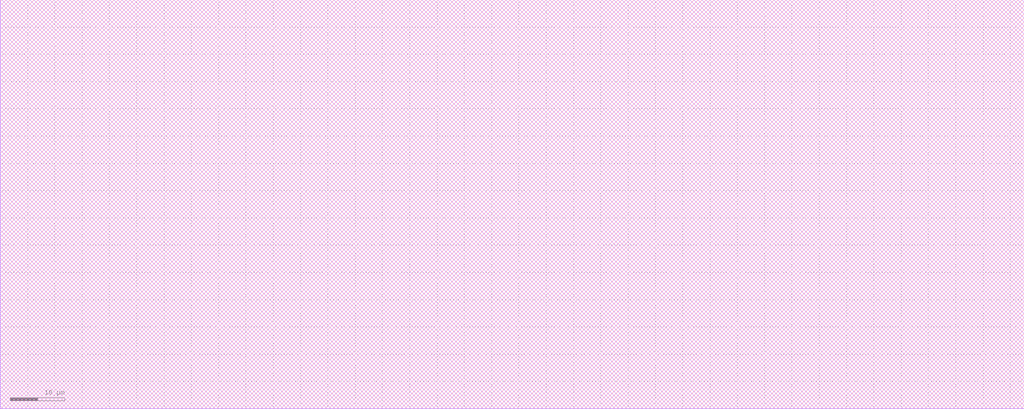
<source format=lef>
VERSION 5.7 ;
  NOWIREEXTENSIONATPIN ON ;
  DIVIDERCHAR "/" ;
  BUSBITCHARS "[]" ;
MACRO gf180mcu_bt_ip__logo
  CLASS BLOCK ;
  FOREIGN gf180mcu_bt_ip__logo ;
  ORIGIN 0.000 0.000 ;
  SIZE 187.50 BY 75.00 ;
  OBS
      LAYER Metal5 ;
        RECT 0.0 0.0 187.50 75.00 ;
  END
END gf180mcu_bt_ip__logo
END LIBRARY


</source>
